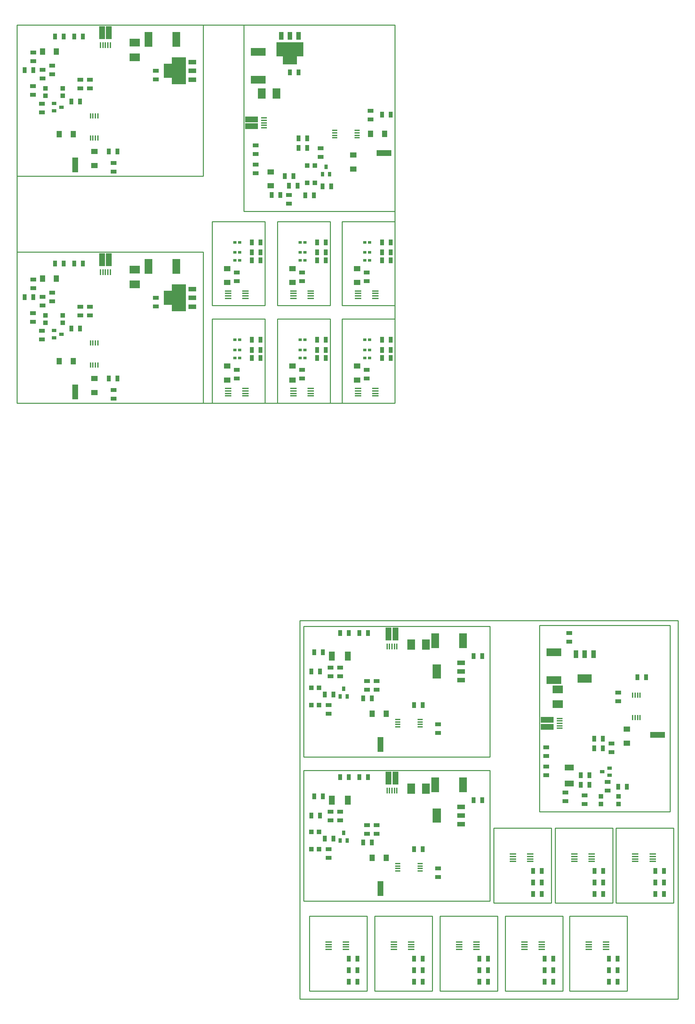
<source format=gtp>
%FSLAX25Y25*%
%MOIN*%
G70*
G01*
G75*
G04 Layer_Color=8421504*
%ADD10R,0.06299X0.13386*%
%ADD11R,0.01772X0.06299*%
%ADD12R,0.05512X0.01654*%
%ADD13R,0.04724X0.04724*%
%ADD14R,0.09000X0.15000*%
%ADD15R,0.08465X0.05000*%
%ADD16R,0.05906X0.03937*%
%ADD17R,0.03937X0.05906*%
%ADD18R,0.07874X0.11024*%
%ADD19R,0.05906X0.15748*%
%ADD20R,0.03500X0.05000*%
%ADD21R,0.07874X0.15748*%
%ADD22R,0.06299X0.09449*%
%ADD23R,0.05512X0.07087*%
%ADD24R,0.13386X0.06299*%
%ADD25R,0.06299X0.01772*%
%ADD26R,0.01654X0.05512*%
%ADD27R,0.04724X0.04724*%
%ADD28R,0.15000X0.09000*%
%ADD29R,0.05000X0.08465*%
%ADD30R,0.11024X0.07874*%
%ADD31R,0.15748X0.05906*%
%ADD32R,0.05000X0.03500*%
%ADD33R,0.15748X0.07874*%
%ADD34R,0.09449X0.06299*%
%ADD35R,0.07087X0.05512*%
%ADD36R,0.06600X0.01700*%
%ADD37R,0.15000X0.28000*%
%ADD38R,0.28000X0.15000*%
%ADD39R,0.03300X0.03150*%
%ADD40C,0.02500*%
%ADD41C,0.02000*%
%ADD42C,0.03000*%
%ADD43C,0.01500*%
%ADD44C,0.04000*%
%ADD45C,0.01000*%
%ADD46C,0.01800*%
%ADD47C,0.05000*%
%ADD48R,0.01600X0.04800*%
%ADD49R,0.34200X0.03200*%
%ADD50R,0.04800X0.01600*%
%ADD51R,0.03200X0.34200*%
%ADD52R,0.14413X0.28346*%
%ADD53R,0.28346X0.14413*%
%ADD54R,0.27700X0.02100*%
%ADD55R,0.01900X0.03800*%
%ADD56R,0.35700X0.03400*%
%ADD57R,0.02100X0.27700*%
%ADD58R,0.03800X0.01900*%
%ADD59R,0.03400X0.35700*%
%ADD60R,0.08200X0.15600*%
%ADD61C,0.15800*%
%ADD62R,0.05118X0.07874*%
%ADD63R,0.05512X0.07874*%
%ADD64C,0.07874*%
%ADD65R,0.07874X0.05118*%
%ADD66R,0.07874X0.05512*%
%ADD67C,0.07087*%
%ADD68C,0.05000*%
%ADD69C,0.04000*%
%ADD70C,0.06000*%
%ADD71C,0.03937*%
%ADD72R,0.04724X0.11024*%
%ADD73R,0.09449X0.04724*%
%ADD74R,0.03000X0.10000*%
%ADD75R,0.10000X0.20000*%
%ADD76R,0.06299X0.05512*%
%ADD77R,0.09843X0.14961*%
%ADD78R,0.11024X0.04724*%
%ADD79R,0.04724X0.09449*%
%ADD80R,0.10000X0.03000*%
%ADD81R,0.20000X0.10000*%
%ADD82R,0.05512X0.06299*%
%ADD83R,0.14961X0.09843*%
%ADD84R,0.03150X0.04724*%
%ADD85R,0.26000X0.28400*%
%ADD86R,0.28400X0.26000*%
%ADD87C,0.03500*%
%ADD88R,0.26400X0.28346*%
%ADD89R,0.28346X0.26400*%
%ADD90R,0.21028X0.12517*%
%ADD91R,0.12517X0.21028*%
%ADD92R,0.20200X0.15600*%
%ADD93C,0.00200*%
%ADD94C,0.00591*%
%ADD95C,0.00394*%
%ADD96C,0.00787*%
%ADD97C,0.00500*%
%ADD98C,0.00050*%
%ADD99C,0.00800*%
%ADD100R,0.02300X0.06299*%
%ADD101R,0.06299X0.02300*%
%ADD102R,0.12100X0.11300*%
%ADD103R,0.06299X0.02100*%
%ADD104R,0.11300X0.12100*%
%ADD105R,0.02100X0.06299*%
D10*
X387057Y-240408D02*
D03*
X394143D02*
D03*
X387057Y-390408D02*
D03*
X394143D02*
D03*
X88457Y385692D02*
D03*
X95543D02*
D03*
X88457Y149392D02*
D03*
X95543D02*
D03*
D11*
X390600Y-253400D02*
D03*
X388041D02*
D03*
X393159D02*
D03*
X395718D02*
D03*
X385482D02*
D03*
X390600Y-403400D02*
D03*
X388041D02*
D03*
X393159D02*
D03*
X395718D02*
D03*
X385482D02*
D03*
X92000Y372700D02*
D03*
X89441D02*
D03*
X94559D02*
D03*
X97118D02*
D03*
X86882D02*
D03*
X92000Y136400D02*
D03*
X89441D02*
D03*
X94559D02*
D03*
X97118D02*
D03*
X86882D02*
D03*
D12*
X396600Y-329400D02*
D03*
Y-331959D02*
D03*
Y-334518D02*
D03*
Y-337077D02*
D03*
X419828Y-329400D02*
D03*
Y-331959D02*
D03*
Y-334518D02*
D03*
Y-337077D02*
D03*
X396600Y-479400D02*
D03*
Y-481959D02*
D03*
Y-484518D02*
D03*
Y-487077D02*
D03*
X419828Y-479400D02*
D03*
Y-481959D02*
D03*
Y-484518D02*
D03*
Y-487077D02*
D03*
X354200Y276200D02*
D03*
Y278759D02*
D03*
Y281318D02*
D03*
Y283877D02*
D03*
X330972Y276200D02*
D03*
Y278759D02*
D03*
Y281318D02*
D03*
Y283877D02*
D03*
D13*
X306663Y-314455D02*
D03*
Y-296345D02*
D03*
X314537D02*
D03*
Y-314455D02*
D03*
X306663Y-464455D02*
D03*
Y-446345D02*
D03*
X314537D02*
D03*
Y-464455D02*
D03*
X302263Y229145D02*
D03*
Y247255D02*
D03*
X310137D02*
D03*
Y229145D02*
D03*
D14*
X437403Y-279400D02*
D03*
Y-429400D02*
D03*
X157303Y345800D02*
D03*
Y109500D02*
D03*
D15*
X462600Y-270345D02*
D03*
Y-279400D02*
D03*
Y-288455D02*
D03*
Y-420345D02*
D03*
Y-429400D02*
D03*
Y-438455D02*
D03*
X182500Y336745D02*
D03*
Y345800D02*
D03*
Y354855D02*
D03*
Y100445D02*
D03*
Y109500D02*
D03*
Y118555D02*
D03*
D16*
X324600Y-323400D02*
D03*
Y-314400D02*
D03*
X336600Y-275400D02*
D03*
Y-284400D02*
D03*
X374600Y-289400D02*
D03*
Y-298400D02*
D03*
X364600Y-289400D02*
D03*
Y-298400D02*
D03*
X326600Y-275400D02*
D03*
Y-284400D02*
D03*
X438600Y-343400D02*
D03*
Y-334400D02*
D03*
Y-493400D02*
D03*
Y-484400D02*
D03*
X326600Y-425400D02*
D03*
Y-434400D02*
D03*
X364600Y-439400D02*
D03*
Y-448400D02*
D03*
X374600Y-439400D02*
D03*
Y-448400D02*
D03*
X336600Y-425400D02*
D03*
Y-434400D02*
D03*
X324600Y-473400D02*
D03*
Y-464400D02*
D03*
X615400Y-403400D02*
D03*
Y-394400D02*
D03*
X619400Y-363400D02*
D03*
Y-354400D02*
D03*
X551400Y-387400D02*
D03*
Y-378400D02*
D03*
X591400Y-417400D02*
D03*
Y-408400D02*
D03*
X551400Y-367400D02*
D03*
Y-358400D02*
D03*
X571400Y-405400D02*
D03*
Y-414400D02*
D03*
X626400Y-301400D02*
D03*
Y-310400D02*
D03*
X575400Y-239400D02*
D03*
Y-248400D02*
D03*
X144500Y345800D02*
D03*
Y336800D02*
D03*
X26000Y302700D02*
D03*
Y311700D02*
D03*
X16500Y329800D02*
D03*
Y320800D02*
D03*
X26500Y346800D02*
D03*
Y337800D02*
D03*
X76000Y336700D02*
D03*
Y327700D02*
D03*
X66000Y336700D02*
D03*
Y327700D02*
D03*
X100500Y249800D02*
D03*
Y240800D02*
D03*
X36500Y351200D02*
D03*
Y342200D02*
D03*
X17000Y355800D02*
D03*
Y364800D02*
D03*
X144500Y109500D02*
D03*
Y100500D02*
D03*
X26000Y66400D02*
D03*
Y75400D02*
D03*
X16500Y93500D02*
D03*
Y84500D02*
D03*
X26500Y110500D02*
D03*
Y101500D02*
D03*
X76000Y100400D02*
D03*
Y91400D02*
D03*
X66000Y100400D02*
D03*
Y91400D02*
D03*
X100500Y13500D02*
D03*
Y4500D02*
D03*
X36500Y114900D02*
D03*
Y105900D02*
D03*
X17000Y119500D02*
D03*
Y128500D02*
D03*
X316200Y256200D02*
D03*
Y265200D02*
D03*
X368200Y304200D02*
D03*
Y295200D02*
D03*
X248500Y239300D02*
D03*
Y248300D02*
D03*
X283300Y207700D02*
D03*
Y216700D02*
D03*
X248500Y259300D02*
D03*
Y268300D02*
D03*
X364200Y25500D02*
D03*
Y34500D02*
D03*
X296800Y25500D02*
D03*
Y34500D02*
D03*
X228800Y25500D02*
D03*
Y34500D02*
D03*
Y127000D02*
D03*
Y136000D02*
D03*
X296800Y127000D02*
D03*
Y136000D02*
D03*
X364200Y127000D02*
D03*
Y136000D02*
D03*
D17*
X320600Y-303400D02*
D03*
X329600D02*
D03*
X360600Y-307400D02*
D03*
X369600D02*
D03*
X336600Y-239400D02*
D03*
X345600D02*
D03*
X306600Y-279400D02*
D03*
X315600D02*
D03*
X356600Y-239400D02*
D03*
X365600D02*
D03*
X318600Y-259400D02*
D03*
X309600D02*
D03*
X422600Y-314400D02*
D03*
X413600D02*
D03*
X484600Y-263400D02*
D03*
X475600D02*
D03*
X484600Y-413400D02*
D03*
X475600D02*
D03*
X422600Y-464400D02*
D03*
X413600D02*
D03*
X318600Y-409400D02*
D03*
X309600D02*
D03*
X356600Y-389400D02*
D03*
X365600D02*
D03*
X306600Y-429400D02*
D03*
X315600D02*
D03*
X336600Y-389400D02*
D03*
X345600D02*
D03*
X360600Y-457400D02*
D03*
X369600D02*
D03*
X320600Y-453400D02*
D03*
X329600D02*
D03*
X635400Y-399400D02*
D03*
X626400D02*
D03*
X587400Y-387400D02*
D03*
X596400D02*
D03*
X601400Y-349400D02*
D03*
X610400D02*
D03*
X601400Y-359400D02*
D03*
X610400D02*
D03*
X587400Y-397400D02*
D03*
X596400D02*
D03*
X655400Y-285400D02*
D03*
X646400D02*
D03*
X345500Y-602500D02*
D03*
X354500D02*
D03*
X345500Y-578500D02*
D03*
X354500D02*
D03*
X345500Y-590500D02*
D03*
X354500D02*
D03*
X413500D02*
D03*
X422500D02*
D03*
X413500Y-578500D02*
D03*
X422500D02*
D03*
X413500Y-602500D02*
D03*
X422500D02*
D03*
X549500D02*
D03*
X558500D02*
D03*
X549500Y-578500D02*
D03*
X558500D02*
D03*
X549500Y-590500D02*
D03*
X558500D02*
D03*
X481500D02*
D03*
X490500D02*
D03*
X481500Y-578500D02*
D03*
X490500D02*
D03*
X481500Y-602500D02*
D03*
X490500D02*
D03*
X616500Y-590500D02*
D03*
X625500D02*
D03*
X616500Y-578500D02*
D03*
X625500D02*
D03*
X616500Y-602500D02*
D03*
X625500D02*
D03*
X665000Y-511000D02*
D03*
X674000D02*
D03*
X665000Y-487000D02*
D03*
X674000D02*
D03*
X665000Y-499000D02*
D03*
X674000D02*
D03*
X537500Y-511000D02*
D03*
X546500D02*
D03*
X537500Y-487000D02*
D03*
X546500D02*
D03*
X537500Y-499000D02*
D03*
X546500D02*
D03*
X601500D02*
D03*
X610500D02*
D03*
X601500Y-487000D02*
D03*
X610500D02*
D03*
X601500Y-511000D02*
D03*
X610500D02*
D03*
X56500Y313800D02*
D03*
X65500D02*
D03*
X104500Y261800D02*
D03*
X95500D02*
D03*
X39600Y381500D02*
D03*
X48600D02*
D03*
X8000Y346700D02*
D03*
X17000D02*
D03*
X59600Y381500D02*
D03*
X68600D02*
D03*
X56500Y77500D02*
D03*
X65500D02*
D03*
X104500Y25500D02*
D03*
X95500D02*
D03*
X39600Y145200D02*
D03*
X48600D02*
D03*
X8000Y110400D02*
D03*
X17000D02*
D03*
X59600Y145200D02*
D03*
X68600D02*
D03*
X284200Y344200D02*
D03*
X293200D02*
D03*
X327300Y225700D02*
D03*
X318300D02*
D03*
X300200Y216200D02*
D03*
X309200D02*
D03*
X283200Y226200D02*
D03*
X292200D02*
D03*
X293300Y275700D02*
D03*
X302300D02*
D03*
X293300Y265700D02*
D03*
X302300D02*
D03*
X380200Y300200D02*
D03*
X389200D02*
D03*
X278800Y236200D02*
D03*
X287800D02*
D03*
X274200Y216700D02*
D03*
X265200D02*
D03*
X380100Y65900D02*
D03*
X389100D02*
D03*
X380100Y55400D02*
D03*
X389100D02*
D03*
X380100Y47100D02*
D03*
X389100D02*
D03*
X312700Y65900D02*
D03*
X321700D02*
D03*
X312700Y55400D02*
D03*
X321700D02*
D03*
X312700Y47100D02*
D03*
X321700D02*
D03*
X244700Y65900D02*
D03*
X253700D02*
D03*
X244700Y55400D02*
D03*
X253700D02*
D03*
X244700Y47100D02*
D03*
X253700D02*
D03*
X244700Y148600D02*
D03*
X253700D02*
D03*
X244700Y156900D02*
D03*
X253700D02*
D03*
X244700Y167400D02*
D03*
X253700D02*
D03*
X312700Y148600D02*
D03*
X321700D02*
D03*
X312700Y156900D02*
D03*
X321700D02*
D03*
X312700Y167400D02*
D03*
X321700D02*
D03*
X380100Y148600D02*
D03*
X389100D02*
D03*
X380100Y156900D02*
D03*
X389100D02*
D03*
X380100Y167400D02*
D03*
X389100D02*
D03*
D18*
X410600Y-251400D02*
D03*
X425954D02*
D03*
X410600Y-401400D02*
D03*
X425954D02*
D03*
X270200Y322200D02*
D03*
X254846D02*
D03*
D19*
X378600Y-355400D02*
D03*
Y-505400D02*
D03*
X60500Y247800D02*
D03*
Y11500D02*
D03*
D20*
X340340Y-297526D02*
D03*
X344080Y-305400D02*
D03*
X336600D02*
D03*
X340340Y-447526D02*
D03*
X344080Y-455400D02*
D03*
X336600D02*
D03*
X321940Y246074D02*
D03*
X325680Y238200D02*
D03*
X318200D02*
D03*
D21*
X464600Y-247400D02*
D03*
X435466D02*
D03*
X464600Y-397400D02*
D03*
X435466D02*
D03*
X166000Y378700D02*
D03*
X136866D02*
D03*
X166000Y142400D02*
D03*
X136866D02*
D03*
D22*
X328065Y-263400D02*
D03*
X344600D02*
D03*
X328065Y-413400D02*
D03*
X344600D02*
D03*
D23*
X370033Y-323400D02*
D03*
X384600D02*
D03*
X370033Y-473400D02*
D03*
X384600D02*
D03*
X26500Y365800D02*
D03*
X41067D02*
D03*
X43933Y279800D02*
D03*
X58500D02*
D03*
X26500Y129500D02*
D03*
X41067D02*
D03*
X43933Y43500D02*
D03*
X58500D02*
D03*
X382767Y280200D02*
D03*
X368200D02*
D03*
D24*
X552408Y-336943D02*
D03*
Y-329857D02*
D03*
X244308Y288157D02*
D03*
Y295243D02*
D03*
D25*
X565400Y-333400D02*
D03*
Y-335959D02*
D03*
Y-330841D02*
D03*
Y-328282D02*
D03*
Y-338518D02*
D03*
X257300Y291700D02*
D03*
Y289141D02*
D03*
Y294259D02*
D03*
Y296818D02*
D03*
Y286582D02*
D03*
D26*
X641400Y-327400D02*
D03*
X643959D02*
D03*
X646518D02*
D03*
X649077D02*
D03*
X641400Y-304172D02*
D03*
X643959D02*
D03*
X646518D02*
D03*
X649077D02*
D03*
X76500Y275800D02*
D03*
X79059D02*
D03*
X81618D02*
D03*
X84177D02*
D03*
X76500Y299028D02*
D03*
X79059D02*
D03*
X81618D02*
D03*
X84177D02*
D03*
X76500Y39500D02*
D03*
X79059D02*
D03*
X81618D02*
D03*
X84177D02*
D03*
X76500Y62728D02*
D03*
X79059D02*
D03*
X81618D02*
D03*
X84177D02*
D03*
D27*
X626455Y-417337D02*
D03*
X608345D02*
D03*
Y-409463D02*
D03*
X626455D02*
D03*
X29445Y327737D02*
D03*
X47555D02*
D03*
Y319863D02*
D03*
X29445D02*
D03*
Y91437D02*
D03*
X47555D02*
D03*
Y83563D02*
D03*
X29445D02*
D03*
D28*
X591400Y-286597D02*
D03*
X284200Y357003D02*
D03*
D29*
X582345Y-261400D02*
D03*
X591400D02*
D03*
X600455D02*
D03*
X293255Y382200D02*
D03*
X284200D02*
D03*
X275145D02*
D03*
D30*
X563400Y-313400D02*
D03*
Y-298046D02*
D03*
X122500Y359800D02*
D03*
Y375154D02*
D03*
Y123500D02*
D03*
Y138854D02*
D03*
D31*
X667400Y-345400D02*
D03*
X382200Y260200D02*
D03*
D32*
X609526Y-383660D02*
D03*
X617400Y-379920D02*
D03*
Y-387400D02*
D03*
X46374Y308060D02*
D03*
X38500Y304320D02*
D03*
Y311800D02*
D03*
X46374Y71760D02*
D03*
X38500Y68020D02*
D03*
Y75500D02*
D03*
D33*
X559400Y-259400D02*
D03*
Y-288534D02*
D03*
X251300Y365700D02*
D03*
Y336566D02*
D03*
D34*
X575400Y-395935D02*
D03*
Y-379400D02*
D03*
D35*
X635400Y-353967D02*
D03*
Y-339400D02*
D03*
X80500Y247233D02*
D03*
Y261800D02*
D03*
Y10933D02*
D03*
Y25500D02*
D03*
X264200Y226200D02*
D03*
Y240767D02*
D03*
X350200Y243633D02*
D03*
Y258200D02*
D03*
X354200Y38567D02*
D03*
Y24000D02*
D03*
X286800Y38567D02*
D03*
Y24000D02*
D03*
X218800Y38567D02*
D03*
Y24000D02*
D03*
Y140067D02*
D03*
Y125500D02*
D03*
X286800Y140067D02*
D03*
Y125500D02*
D03*
X354200Y140067D02*
D03*
Y125500D02*
D03*
D36*
X324500Y-561000D02*
D03*
Y-563559D02*
D03*
Y-566118D02*
D03*
Y-568677D02*
D03*
X342610Y-561000D02*
D03*
Y-563559D02*
D03*
Y-566118D02*
D03*
Y-568677D02*
D03*
X392500Y-561000D02*
D03*
Y-563559D02*
D03*
Y-566118D02*
D03*
Y-568677D02*
D03*
X410610Y-561000D02*
D03*
Y-563559D02*
D03*
Y-566118D02*
D03*
Y-568677D02*
D03*
X528500Y-561000D02*
D03*
Y-563559D02*
D03*
Y-566118D02*
D03*
Y-568677D02*
D03*
X546610Y-561000D02*
D03*
Y-563559D02*
D03*
Y-566118D02*
D03*
Y-568677D02*
D03*
X460500Y-561000D02*
D03*
Y-563559D02*
D03*
Y-566118D02*
D03*
Y-568677D02*
D03*
X478610Y-561000D02*
D03*
Y-563559D02*
D03*
Y-566118D02*
D03*
Y-568677D02*
D03*
X595500Y-561000D02*
D03*
Y-563559D02*
D03*
Y-566118D02*
D03*
Y-568677D02*
D03*
X613610Y-561000D02*
D03*
Y-563559D02*
D03*
Y-566118D02*
D03*
Y-568677D02*
D03*
X644000Y-469500D02*
D03*
Y-472059D02*
D03*
Y-474618D02*
D03*
Y-477177D02*
D03*
X662110Y-469500D02*
D03*
Y-472059D02*
D03*
Y-474618D02*
D03*
Y-477177D02*
D03*
X516500Y-469500D02*
D03*
Y-472059D02*
D03*
Y-474618D02*
D03*
Y-477177D02*
D03*
X534610Y-469500D02*
D03*
Y-472059D02*
D03*
Y-474618D02*
D03*
Y-477177D02*
D03*
X580500Y-469500D02*
D03*
Y-472059D02*
D03*
Y-474618D02*
D03*
Y-477177D02*
D03*
X598610Y-469500D02*
D03*
Y-472059D02*
D03*
Y-474618D02*
D03*
Y-477177D02*
D03*
X355200Y15200D02*
D03*
Y12641D02*
D03*
Y10082D02*
D03*
Y7523D02*
D03*
X373310Y15200D02*
D03*
Y12641D02*
D03*
Y10082D02*
D03*
Y7523D02*
D03*
X287800Y15200D02*
D03*
Y12641D02*
D03*
Y10082D02*
D03*
Y7523D02*
D03*
X305910Y15200D02*
D03*
Y12641D02*
D03*
Y10082D02*
D03*
Y7523D02*
D03*
X219800Y15200D02*
D03*
Y12641D02*
D03*
Y10082D02*
D03*
Y7523D02*
D03*
X237910Y15200D02*
D03*
Y12641D02*
D03*
Y10082D02*
D03*
Y7523D02*
D03*
X219800Y116700D02*
D03*
Y114141D02*
D03*
Y111582D02*
D03*
Y109023D02*
D03*
X237910Y116700D02*
D03*
Y114141D02*
D03*
Y111582D02*
D03*
Y109023D02*
D03*
X287800Y116700D02*
D03*
Y114141D02*
D03*
Y111582D02*
D03*
Y109023D02*
D03*
X305910Y116700D02*
D03*
Y114141D02*
D03*
Y111582D02*
D03*
Y109023D02*
D03*
X355200Y116700D02*
D03*
Y114141D02*
D03*
Y111582D02*
D03*
Y109023D02*
D03*
X373310Y116700D02*
D03*
Y114141D02*
D03*
Y111582D02*
D03*
Y109023D02*
D03*
D37*
X168700Y345800D02*
D03*
Y109500D02*
D03*
D38*
X284200Y368400D02*
D03*
D39*
X362282Y65900D02*
D03*
X367400D02*
D03*
X362282Y55373D02*
D03*
X367400D02*
D03*
X362282Y47100D02*
D03*
X367400D02*
D03*
X294882Y65900D02*
D03*
X300000D02*
D03*
X294882Y55373D02*
D03*
X300000D02*
D03*
X294882Y47100D02*
D03*
X300000D02*
D03*
X226882Y65900D02*
D03*
X232000D02*
D03*
X226882Y55373D02*
D03*
X232000D02*
D03*
X226882Y47100D02*
D03*
X232000D02*
D03*
X226882Y148600D02*
D03*
X232000D02*
D03*
X226882Y156873D02*
D03*
X232000D02*
D03*
X226882Y167400D02*
D03*
X232000D02*
D03*
X294882Y148600D02*
D03*
X300000D02*
D03*
X294882Y156873D02*
D03*
X300000D02*
D03*
X294882Y167400D02*
D03*
X300000D02*
D03*
X362282Y148600D02*
D03*
X367400D02*
D03*
X362282Y156873D02*
D03*
X367400D02*
D03*
X362282Y167400D02*
D03*
X367400D02*
D03*
D45*
X294500Y-620500D02*
Y-226500D01*
Y-620500D02*
X688500D01*
Y-226500D01*
X294500D02*
X688500D01*
X492600Y-368400D02*
Y-232400D01*
X298600D02*
X492600D01*
X298600Y-368400D02*
X492600D01*
X298600D02*
Y-232400D01*
Y-518400D02*
Y-382400D01*
Y-518400D02*
X492600D01*
X298600Y-382400D02*
X492600D01*
Y-518400D02*
Y-382400D01*
X544400Y-231400D02*
X680400D01*
X544400Y-425400D02*
Y-231400D01*
X680400Y-425400D02*
Y-231400D01*
X544400Y-425400D02*
X680400D01*
X304500Y-534000D02*
X364500D01*
X304500Y-612000D02*
Y-534000D01*
Y-612000D02*
X364500D01*
Y-534000D01*
X432500Y-612000D02*
Y-534000D01*
X372500Y-612000D02*
X432500D01*
X372500D02*
Y-534000D01*
X432500D01*
X508500D02*
X568500D01*
X508500Y-612000D02*
Y-534000D01*
Y-612000D02*
X568500D01*
Y-534000D01*
X500500Y-612000D02*
Y-534000D01*
X440500Y-612000D02*
X500500D01*
X440500D02*
Y-534000D01*
X500500D01*
X635500Y-612000D02*
Y-534000D01*
X575500Y-612000D02*
X635500D01*
X575500D02*
Y-534000D01*
X635500D01*
X624000Y-442500D02*
X684000D01*
X624000Y-520500D02*
Y-442500D01*
Y-520500D02*
X684000D01*
Y-442500D01*
X496500D02*
X556500D01*
X496500Y-520500D02*
Y-442500D01*
Y-520500D02*
X556500D01*
Y-442500D01*
X620500Y-520500D02*
Y-442500D01*
X560500Y-520500D02*
X620500D01*
X560500D02*
Y-442500D01*
X620500D01*
X0Y0D02*
Y393701D01*
Y0D02*
X393701D01*
Y393701D01*
X0D02*
X393701D01*
X194000Y236300D02*
Y393700D01*
X0D02*
X194000D01*
X0Y236300D02*
X194000D01*
X0D02*
Y393700D01*
X194000Y0D02*
Y157400D01*
X0D02*
X194000D01*
X0Y0D02*
X194000D01*
X0D02*
Y157400D01*
X236300Y393700D02*
X393700D01*
X236300Y199700D02*
Y393700D01*
X393700Y199700D02*
Y393700D01*
X236300Y199700D02*
X393700D01*
X338700Y0D02*
Y87500D01*
Y0D02*
X393700D01*
X338700Y87500D02*
X393700D01*
Y0D02*
Y87500D01*
X271300Y0D02*
Y87500D01*
Y0D02*
X326300D01*
X271300Y87500D02*
X326300D01*
Y0D02*
Y87500D01*
X203300Y0D02*
Y87500D01*
Y0D02*
X258300D01*
X203300Y87500D02*
X258300D01*
Y0D02*
Y87500D01*
Y101500D02*
Y189000D01*
X203300D02*
X258300D01*
X203300Y101500D02*
X258300D01*
X203300D02*
Y189000D01*
X326300Y101500D02*
Y189000D01*
X271300D02*
X326300D01*
X271300Y101500D02*
X326300D01*
X271300D02*
Y189000D01*
X393700Y101500D02*
Y189000D01*
X338700D02*
X393700D01*
X338700Y101500D02*
X393700D01*
X338700D02*
Y189000D01*
M02*

</source>
